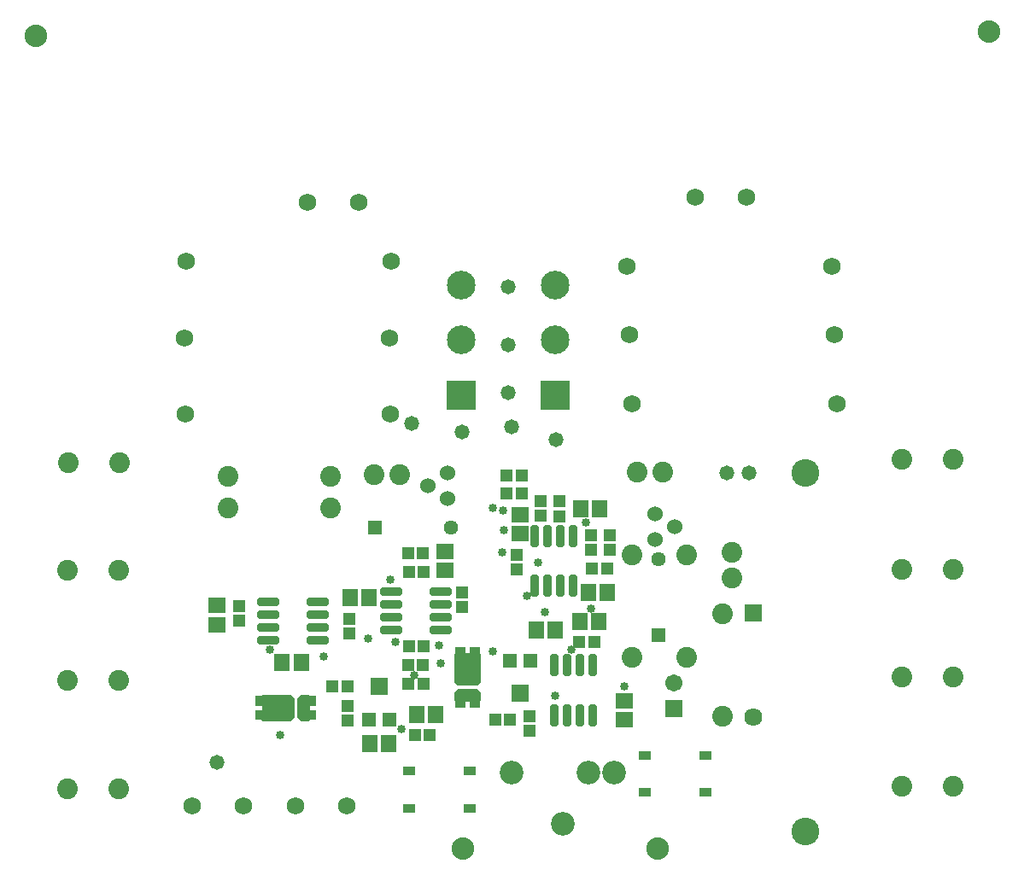
<source format=gts>
G04*
G04 #@! TF.GenerationSoftware,Altium Limited,Altium Designer,24.0.1 (36)*
G04*
G04 Layer_Color=8388736*
%FSLAX25Y25*%
%MOIN*%
G70*
G04*
G04 #@! TF.SameCoordinates,92507F75-474C-4227-9718-4D99FAF4D6AC*
G04*
G04*
G04 #@! TF.FilePolarity,Negative*
G04*
G01*
G75*
%ADD26R,0.04737X0.03556*%
%ADD27R,0.05918X0.06706*%
%ADD28R,0.04816X0.04895*%
%ADD29R,0.04895X0.04816*%
%ADD30R,0.05524X0.05524*%
%ADD31R,0.07099X0.06706*%
%ADD32R,0.06706X0.05918*%
G04:AMPARAMS|DCode=33|XSize=85.56mil|YSize=31.62mil|CornerRadius=6.95mil|HoleSize=0mil|Usage=FLASHONLY|Rotation=180.000|XOffset=0mil|YOffset=0mil|HoleType=Round|Shape=RoundedRectangle|*
%AMROUNDEDRECTD33*
21,1,0.08556,0.01772,0,0,180.0*
21,1,0.07165,0.03162,0,0,180.0*
1,1,0.01391,-0.03583,0.00886*
1,1,0.01391,0.03583,0.00886*
1,1,0.01391,0.03583,-0.00886*
1,1,0.01391,-0.03583,-0.00886*
%
%ADD33ROUNDEDRECTD33*%
G04:AMPARAMS|DCode=34|XSize=85.56mil|YSize=31.62mil|CornerRadius=6.95mil|HoleSize=0mil|Usage=FLASHONLY|Rotation=90.000|XOffset=0mil|YOffset=0mil|HoleType=Round|Shape=RoundedRectangle|*
%AMROUNDEDRECTD34*
21,1,0.08556,0.01772,0,0,90.0*
21,1,0.07165,0.03162,0,0,90.0*
1,1,0.01391,0.00886,0.03583*
1,1,0.01391,0.00886,-0.03583*
1,1,0.01391,-0.00886,-0.03583*
1,1,0.01391,-0.00886,0.03583*
%
%ADD34ROUNDEDRECTD34*%
%ADD35C,0.08083*%
%ADD36C,0.08800*%
%ADD37C,0.06800*%
%ADD38C,0.11194*%
%ADD39R,0.11194X0.11194*%
%ADD40C,0.05674*%
%ADD41R,0.05674X0.05674*%
%ADD42C,0.06000*%
%ADD43R,0.07060X0.07060*%
%ADD44C,0.07060*%
%ADD45C,0.06737*%
%ADD46R,0.06737X0.06737*%
%ADD47C,0.09265*%
%ADD48C,0.10800*%
%ADD49R,0.05674X0.05674*%
%ADD50C,0.05800*%
%ADD51C,0.03359*%
G36*
X114646Y65640D02*
Y58160D01*
X113268Y56782D01*
X102245D01*
X101812Y57176D01*
X99489D01*
Y61113D01*
X101851D01*
Y62687D01*
X99489D01*
Y66624D01*
X101812D01*
X102245Y67018D01*
X113268D01*
X114646Y65640D01*
D02*
G37*
G36*
X120788Y66624D02*
X123111D01*
Y62687D01*
X120749D01*
Y61113D01*
X123111D01*
Y57176D01*
X120788D01*
X120355Y56782D01*
X117206D01*
X115828Y58160D01*
Y65640D01*
X117206Y67018D01*
X120355D01*
X120788Y66624D01*
D02*
G37*
G36*
X186924Y64400D02*
Y62077D01*
X182987D01*
Y64439D01*
X181413D01*
Y62077D01*
X177476D01*
Y64400D01*
X177082Y64833D01*
Y67983D01*
X178460Y69361D01*
X185940D01*
X187318Y67983D01*
Y64833D01*
X186924Y64400D01*
D02*
G37*
G36*
X185940Y70542D02*
X178460D01*
X177082Y71920D01*
Y82943D01*
X177476Y83376D01*
Y85699D01*
X181413D01*
Y83337D01*
X182987D01*
Y85699D01*
X186924D01*
Y83376D01*
X187318Y82943D01*
Y71920D01*
X185940Y70542D01*
D02*
G37*
D26*
X251289Y43383D02*
D03*
X274911D02*
D03*
X251289Y28817D02*
D03*
X274911D02*
D03*
X182911Y22716D02*
D03*
X159289D02*
D03*
X182911Y37284D02*
D03*
X159289D02*
D03*
D27*
X151340Y47905D02*
D03*
X143860D02*
D03*
X117240Y79700D02*
D03*
X109760D02*
D03*
X136360Y105000D02*
D03*
X143840D02*
D03*
X169700Y59404D02*
D03*
X162220D02*
D03*
X226260Y139800D02*
D03*
X233740D02*
D03*
X229260Y107000D02*
D03*
X236740D02*
D03*
X225960Y95800D02*
D03*
X233440D02*
D03*
X216500Y92400D02*
D03*
X209020D02*
D03*
D28*
X135400Y57011D02*
D03*
Y62798D02*
D03*
X92900Y101694D02*
D03*
Y95906D02*
D03*
X180100Y101306D02*
D03*
Y107094D02*
D03*
X136100Y91006D02*
D03*
Y96794D02*
D03*
X201200Y121606D02*
D03*
Y115818D02*
D03*
X210800Y136900D02*
D03*
Y142687D02*
D03*
X218100Y142587D02*
D03*
Y136800D02*
D03*
X230300Y129294D02*
D03*
Y123506D02*
D03*
X237700Y129294D02*
D03*
Y123506D02*
D03*
X206300Y52906D02*
D03*
Y58694D02*
D03*
D29*
X129506Y70305D02*
D03*
X135294D02*
D03*
X159006Y122300D02*
D03*
X164794D02*
D03*
X159213Y115000D02*
D03*
X165000D02*
D03*
Y86100D02*
D03*
X159213D02*
D03*
X159013Y78700D02*
D03*
X164800D02*
D03*
X159113Y71300D02*
D03*
X164900D02*
D03*
X161569Y51146D02*
D03*
X167357D02*
D03*
X197506Y145600D02*
D03*
X203294D02*
D03*
Y152800D02*
D03*
X197506D02*
D03*
X230813Y116200D02*
D03*
X236600D02*
D03*
X225813Y87700D02*
D03*
X231600D02*
D03*
X198694Y57300D02*
D03*
X192906D02*
D03*
D30*
X151537Y57409D02*
D03*
X143663D02*
D03*
X198663Y80293D02*
D03*
X206537D02*
D03*
D31*
X147600Y70205D02*
D03*
X202600Y67498D02*
D03*
D32*
X84400Y101840D02*
D03*
Y94360D02*
D03*
X173200Y123040D02*
D03*
Y115560D02*
D03*
X202700Y137400D02*
D03*
Y129920D02*
D03*
X243300Y64800D02*
D03*
Y57320D02*
D03*
D33*
X123649Y88300D02*
D03*
Y93300D02*
D03*
Y98300D02*
D03*
Y103300D02*
D03*
X104200D02*
D03*
Y98300D02*
D03*
Y93300D02*
D03*
Y88300D02*
D03*
X152251Y107400D02*
D03*
Y102400D02*
D03*
Y97400D02*
D03*
Y92400D02*
D03*
X171700D02*
D03*
Y97400D02*
D03*
Y102400D02*
D03*
Y107400D02*
D03*
D34*
X216094Y59072D02*
D03*
X221094D02*
D03*
X226094D02*
D03*
X231094D02*
D03*
Y78521D02*
D03*
X226094D02*
D03*
X221094D02*
D03*
X216094D02*
D03*
X223500Y109476D02*
D03*
X218500D02*
D03*
X213500D02*
D03*
X208500D02*
D03*
Y128924D02*
D03*
X213500D02*
D03*
X218500D02*
D03*
X223500D02*
D03*
D35*
X26000Y72500D02*
D03*
X46000D02*
D03*
X26200Y157600D02*
D03*
X46200D02*
D03*
X26000Y30400D02*
D03*
X46000D02*
D03*
X26000Y115500D02*
D03*
X46000D02*
D03*
X371600Y31300D02*
D03*
X351600D02*
D03*
X371600Y74000D02*
D03*
X351600D02*
D03*
X371600Y116100D02*
D03*
X351600D02*
D03*
X371600Y159100D02*
D03*
X351600D02*
D03*
X88700Y139900D02*
D03*
X128700D02*
D03*
X281800Y58600D02*
D03*
Y98600D02*
D03*
X145800Y153100D02*
D03*
X155800D02*
D03*
X88600Y152200D02*
D03*
X128600D02*
D03*
X285300Y112800D02*
D03*
Y122800D02*
D03*
X248200Y153900D02*
D03*
X258200D02*
D03*
X246500Y121800D02*
D03*
Y81800D02*
D03*
X267600Y121800D02*
D03*
Y81800D02*
D03*
D36*
X180400Y6900D02*
D03*
X256200D02*
D03*
X385600Y325900D02*
D03*
X13600Y324200D02*
D03*
D37*
X270900Y261300D02*
D03*
X290900D02*
D03*
X139800Y259400D02*
D03*
X119800D02*
D03*
X74803Y23622D02*
D03*
X94803D02*
D03*
X115000Y23600D02*
D03*
X135000D02*
D03*
X71900Y176600D02*
D03*
X151900D02*
D03*
X71663Y206137D02*
D03*
X151663D02*
D03*
X72300Y236200D02*
D03*
X152300D02*
D03*
X324500Y234400D02*
D03*
X244500D02*
D03*
X326400Y180800D02*
D03*
X246400D02*
D03*
X325400Y207500D02*
D03*
X245400D02*
D03*
D38*
X216400Y226957D02*
D03*
Y205500D02*
D03*
X179600D02*
D03*
Y226957D02*
D03*
D39*
X216400Y184043D02*
D03*
X179600D02*
D03*
D40*
X175637Y132300D02*
D03*
X256800Y119937D02*
D03*
D41*
X145963Y132300D02*
D03*
D42*
X174300Y143700D02*
D03*
X166800Y148700D02*
D03*
X174300Y153700D02*
D03*
X255500Y127800D02*
D03*
X263000Y132800D02*
D03*
X255500Y137800D02*
D03*
D43*
X293600Y98994D02*
D03*
D44*
Y58206D02*
D03*
D45*
X262700Y71500D02*
D03*
D46*
Y61500D02*
D03*
D47*
X219300Y16600D02*
D03*
X199300Y36600D02*
D03*
X229300D02*
D03*
X239300D02*
D03*
D48*
X314000Y13800D02*
D03*
Y153800D02*
D03*
D49*
X256800Y90263D02*
D03*
D50*
X160206Y172894D02*
D03*
X197900Y203700D02*
D03*
Y185000D02*
D03*
Y226200D02*
D03*
X283465Y153543D02*
D03*
X84346Y40661D02*
D03*
X216600Y166500D02*
D03*
X180000Y169500D02*
D03*
X199300Y171800D02*
D03*
X292000Y153800D02*
D03*
D51*
X212200Y99200D02*
D03*
X108900Y51400D02*
D03*
X192000Y83900D02*
D03*
X222765Y84692D02*
D03*
X216500Y66800D02*
D03*
X152000Y111900D02*
D03*
X125900Y82100D02*
D03*
X161269Y74636D02*
D03*
X228200Y134300D02*
D03*
X153900Y87700D02*
D03*
X243300Y70300D02*
D03*
X230199Y100704D02*
D03*
X209700Y118800D02*
D03*
X156500Y53800D02*
D03*
X205263Y105661D02*
D03*
X171000Y86200D02*
D03*
X143200Y88900D02*
D03*
X105100Y84500D02*
D03*
X171600Y79400D02*
D03*
X192000Y140133D02*
D03*
X196100Y139100D02*
D03*
X195800Y122800D02*
D03*
X196200Y131300D02*
D03*
M02*

</source>
